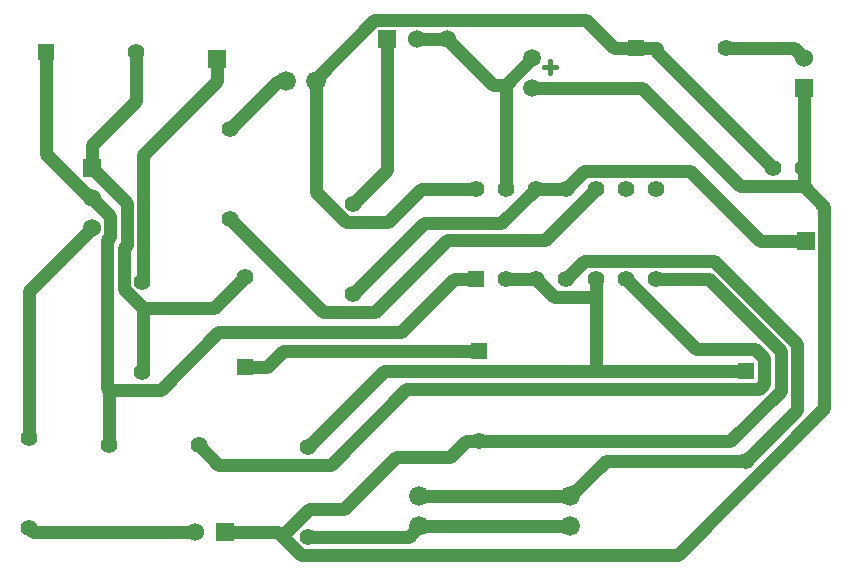
<source format=gtl>
G04 (created by PCBNEW (2013-june-11)-stable) date Tue 26 Nov 2013 22:50:24 ART*
%MOIN*%
G04 Gerber Fmt 3.4, Leading zero omitted, Abs format*
%FSLAX34Y34*%
G01*
G70*
G90*
G04 APERTURE LIST*
%ADD10C,0.00590551*%
%ADD11C,0.015*%
%ADD12C,0.055*%
%ADD13R,0.06X0.06*%
%ADD14C,0.06*%
%ADD15C,0.066*%
%ADD16C,0.0591*%
%ADD17R,0.055X0.055*%
%ADD18R,0.056X0.056*%
%ADD19C,0.056*%
%ADD20C,0.0444882*%
G04 APERTURE END LIST*
G54D10*
G54D11*
X97840Y-29640D02*
X97840Y-30060D01*
X98040Y-29860D02*
X97630Y-29860D01*
G54D12*
X89779Y-42500D03*
X89779Y-45500D03*
X84240Y-37000D03*
X84240Y-40000D03*
X87179Y-34920D03*
X87179Y-31920D03*
X83140Y-42459D03*
X86140Y-42459D03*
X80459Y-45220D03*
X80459Y-42220D03*
X91279Y-34420D03*
X91279Y-37420D03*
G54D13*
X82559Y-33200D03*
G54D14*
X82559Y-34200D03*
X82559Y-35200D03*
G54D13*
X92420Y-28920D03*
G54D14*
X93420Y-28920D03*
X94420Y-28920D03*
G54D13*
X106300Y-30540D03*
G54D14*
X106300Y-29540D03*
G54D13*
X87020Y-45359D03*
G54D14*
X86020Y-45359D03*
G54D13*
X106359Y-35640D03*
X86740Y-29580D03*
G54D15*
X90040Y-30320D03*
X89040Y-30320D03*
X98520Y-44159D03*
X98520Y-45159D03*
X93479Y-45159D03*
X93479Y-44159D03*
G54D16*
X97240Y-30560D03*
X97240Y-29560D03*
G54D17*
X95359Y-36920D03*
G54D12*
X96359Y-36920D03*
X97359Y-36920D03*
X98359Y-36920D03*
X99359Y-36920D03*
X100359Y-36920D03*
X101359Y-36920D03*
X101359Y-33920D03*
X100359Y-33920D03*
X99359Y-33920D03*
X98359Y-33920D03*
X97359Y-33920D03*
X96359Y-33920D03*
X95359Y-33920D03*
G54D17*
X95479Y-39320D03*
G54D12*
X95479Y-42320D03*
G54D17*
X87679Y-39860D03*
G54D12*
X87679Y-36860D03*
G54D17*
X81040Y-29360D03*
G54D12*
X84040Y-29360D03*
G54D17*
X100700Y-29220D03*
G54D12*
X103700Y-29220D03*
X105279Y-33220D03*
X106279Y-33220D03*
G54D18*
X104379Y-39979D03*
G54D19*
X104379Y-42979D03*
G54D20*
X98520Y-45159D02*
X93479Y-45159D01*
X93139Y-45500D02*
X89779Y-45500D01*
X93479Y-45159D02*
X93139Y-45500D01*
X80459Y-37300D02*
X82559Y-35200D01*
X80459Y-42220D02*
X80459Y-37300D01*
X80599Y-45359D02*
X80459Y-45220D01*
X86020Y-45359D02*
X80599Y-45359D01*
X106359Y-35640D02*
X105614Y-35640D01*
X97359Y-33920D02*
X98359Y-33920D01*
X104844Y-35640D02*
X105614Y-35640D01*
X102510Y-33306D02*
X104844Y-35640D01*
X98973Y-33306D02*
X102510Y-33306D01*
X98359Y-33920D02*
X98973Y-33306D01*
X93644Y-35055D02*
X91279Y-37420D01*
X96224Y-35055D02*
X93644Y-35055D01*
X97359Y-33920D02*
X96224Y-35055D01*
X94420Y-28920D02*
X93420Y-28920D01*
X95940Y-30440D02*
X94420Y-28920D01*
X96359Y-30440D02*
X95940Y-30440D01*
X96359Y-33920D02*
X96359Y-30440D01*
X96359Y-30440D02*
X97240Y-29560D01*
X92420Y-33279D02*
X91279Y-34420D01*
X92420Y-28920D02*
X92420Y-33279D01*
X90278Y-38018D02*
X87179Y-34920D01*
X91999Y-38018D02*
X90278Y-38018D01*
X94418Y-35600D02*
X91999Y-38018D01*
X97679Y-35600D02*
X94418Y-35600D01*
X99359Y-33920D02*
X97679Y-35600D01*
X86740Y-29580D02*
X86740Y-30324D01*
X84272Y-32792D02*
X86740Y-30324D01*
X84272Y-36967D02*
X84272Y-32792D01*
X84240Y-37000D02*
X84272Y-36967D01*
X88779Y-30320D02*
X87179Y-31920D01*
X89040Y-30320D02*
X88779Y-30320D01*
X104379Y-39979D02*
X103655Y-39979D01*
X99359Y-39979D02*
X103655Y-39979D01*
X99359Y-39979D02*
X99359Y-37520D01*
X99359Y-37520D02*
X99359Y-36920D01*
X92300Y-39979D02*
X99359Y-39979D01*
X89779Y-42500D02*
X92300Y-39979D01*
X97960Y-37520D02*
X97359Y-36920D01*
X99359Y-37520D02*
X97960Y-37520D01*
X97359Y-36920D02*
X96359Y-36920D01*
X98520Y-44159D02*
X93479Y-44159D01*
X99700Y-42979D02*
X104379Y-42979D01*
X98520Y-44159D02*
X99700Y-42979D01*
X98969Y-36310D02*
X98359Y-36920D01*
X103301Y-36310D02*
X98969Y-36310D01*
X106077Y-39086D02*
X103301Y-36310D01*
X106077Y-41282D02*
X106077Y-39086D01*
X104379Y-42979D02*
X106077Y-41282D01*
X87679Y-39860D02*
X88399Y-39860D01*
X88939Y-39320D02*
X94760Y-39320D01*
X88399Y-39860D02*
X88939Y-39320D01*
X95479Y-39320D02*
X94760Y-39320D01*
X84273Y-39966D02*
X84240Y-40000D01*
X84273Y-37890D02*
X84273Y-39966D01*
X86649Y-37890D02*
X87679Y-36860D01*
X84273Y-37890D02*
X86649Y-37890D01*
X83727Y-34367D02*
X82559Y-33200D01*
X83727Y-35775D02*
X83727Y-34367D01*
X83625Y-35878D02*
X83727Y-35775D01*
X83625Y-37242D02*
X83625Y-35878D01*
X84273Y-37890D02*
X83625Y-37242D01*
X84040Y-30974D02*
X82559Y-32455D01*
X84040Y-29360D02*
X84040Y-30974D01*
X82559Y-33200D02*
X82559Y-32455D01*
X105980Y-29220D02*
X106300Y-29540D01*
X103700Y-29220D02*
X105980Y-29220D01*
X82500Y-34200D02*
X82559Y-34200D01*
X81040Y-32740D02*
X82500Y-34200D01*
X81040Y-29360D02*
X81040Y-32740D01*
X95359Y-36920D02*
X94639Y-36920D01*
X83140Y-40612D02*
X83140Y-42459D01*
X84867Y-40612D02*
X83140Y-40612D01*
X86788Y-38691D02*
X84867Y-40612D01*
X92868Y-38691D02*
X86788Y-38691D01*
X94639Y-36920D02*
X92868Y-38691D01*
X83182Y-34822D02*
X82559Y-34200D01*
X83182Y-35504D02*
X83182Y-34822D01*
X83080Y-35606D02*
X83182Y-35504D01*
X83080Y-40552D02*
X83080Y-35606D01*
X83140Y-40612D02*
X83080Y-40552D01*
X86783Y-43102D02*
X86140Y-42459D01*
X90537Y-43102D02*
X86783Y-43102D01*
X93058Y-40582D02*
X90537Y-43102D01*
X104811Y-40582D02*
X93058Y-40582D01*
X104982Y-40411D02*
X104811Y-40582D01*
X104982Y-39562D02*
X104982Y-40411D01*
X104682Y-39262D02*
X104982Y-39562D01*
X102702Y-39262D02*
X104682Y-39262D01*
X100359Y-36920D02*
X102702Y-39262D01*
X100700Y-29220D02*
X99980Y-29220D01*
X101419Y-29359D02*
X101419Y-29220D01*
X105279Y-33220D02*
X101419Y-29359D01*
X100700Y-29220D02*
X101419Y-29220D01*
X90040Y-30233D02*
X90040Y-30320D01*
X91976Y-28297D02*
X90040Y-30233D01*
X99057Y-28297D02*
X91976Y-28297D01*
X99980Y-29220D02*
X99057Y-28297D01*
X93555Y-33920D02*
X95359Y-33920D01*
X92455Y-35019D02*
X93555Y-33920D01*
X91034Y-35019D02*
X92455Y-35019D01*
X90040Y-34025D02*
X91034Y-35019D01*
X90040Y-30320D02*
X90040Y-34025D01*
X106300Y-30540D02*
X106300Y-31284D01*
X87020Y-45359D02*
X87764Y-45359D01*
X100920Y-30560D02*
X97240Y-30560D01*
X104178Y-33818D02*
X100920Y-30560D01*
X106298Y-33818D02*
X104178Y-33818D01*
X106298Y-33220D02*
X106298Y-33818D01*
X106279Y-33220D02*
X106298Y-33220D01*
X106300Y-33218D02*
X106300Y-31284D01*
X106298Y-33220D02*
X106300Y-33218D01*
X89531Y-46104D02*
X88919Y-45492D01*
X102109Y-46104D02*
X89531Y-46104D01*
X106982Y-41231D02*
X102109Y-46104D01*
X106982Y-34503D02*
X106982Y-41231D01*
X106298Y-33818D02*
X106982Y-34503D01*
X88786Y-45359D02*
X87764Y-45359D01*
X88919Y-45492D02*
X88786Y-45359D01*
X95047Y-42320D02*
X95479Y-42320D01*
X94502Y-42865D02*
X95047Y-42320D01*
X92723Y-42865D02*
X94502Y-42865D01*
X90991Y-44597D02*
X92723Y-42865D01*
X89814Y-44597D02*
X90991Y-44597D01*
X88919Y-45492D02*
X89814Y-44597D01*
X103140Y-36920D02*
X101359Y-36920D01*
X105532Y-39312D02*
X103140Y-36920D01*
X105532Y-40639D02*
X105532Y-39312D01*
X103851Y-42320D02*
X105532Y-40639D01*
X95479Y-42320D02*
X103851Y-42320D01*
M02*

</source>
